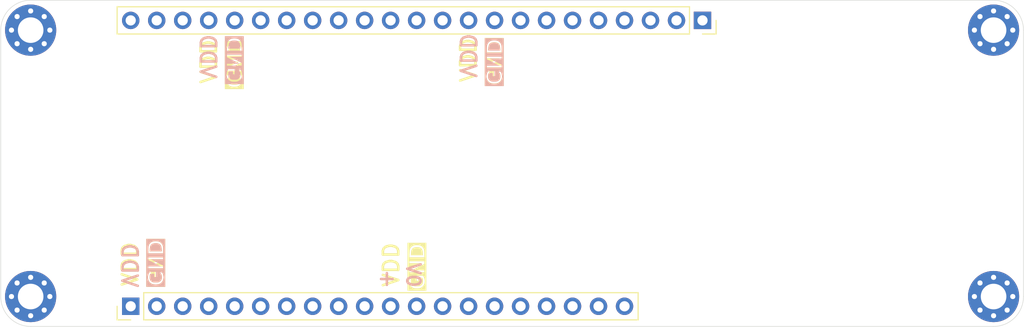
<source format=kicad_pcb>
(kicad_pcb (version 20171130) (host pcbnew "(5.1.5)-2")

  (general
    (thickness 1.6)
    (drawings 18)
    (tracks 0)
    (zones 0)
    (modules 13)
    (nets 42)
  )

  (page A4)
  (layers
    (0 F.Cu signal)
    (31 B.Cu signal)
    (32 B.Adhes user)
    (33 F.Adhes user)
    (34 B.Paste user)
    (35 F.Paste user)
    (36 B.SilkS user)
    (37 F.SilkS user)
    (38 B.Mask user)
    (39 F.Mask user)
    (40 Dwgs.User user)
    (41 Cmts.User user)
    (42 Eco1.User user)
    (43 Eco2.User user)
    (44 Edge.Cuts user)
    (45 Margin user)
    (46 B.CrtYd user)
    (47 F.CrtYd user)
    (48 B.Fab user)
    (49 F.Fab user hide)
  )

  (setup
    (last_trace_width 0.25)
    (user_trace_width 0.4)
    (user_trace_width 0.8)
    (user_trace_width 1.2)
    (trace_clearance 0.2)
    (zone_clearance 0.8)
    (zone_45_only no)
    (trace_min 0.2)
    (via_size 0.8)
    (via_drill 0.4)
    (via_min_size 0.4)
    (via_min_drill 0.3)
    (user_via 1.4 0.8)
    (uvia_size 0.3)
    (uvia_drill 0.1)
    (uvias_allowed no)
    (uvia_min_size 0.2)
    (uvia_min_drill 0.1)
    (edge_width 0.05)
    (segment_width 0.2)
    (pcb_text_width 0.3)
    (pcb_text_size 1.5 1.5)
    (mod_edge_width 0.12)
    (mod_text_size 1 1)
    (mod_text_width 0.15)
    (pad_size 1.524 1.524)
    (pad_drill 0.762)
    (pad_to_mask_clearance 0.051)
    (solder_mask_min_width 0.25)
    (aux_axis_origin 0 0)
    (grid_origin 142.367 128.524)
    (visible_elements 7FFFFFFF)
    (pcbplotparams
      (layerselection 0x3ffff_ffffffff)
      (usegerberextensions false)
      (usegerberattributes false)
      (usegerberadvancedattributes false)
      (creategerberjobfile false)
      (excludeedgelayer true)
      (linewidth 0.100000)
      (plotframeref false)
      (viasonmask false)
      (mode 1)
      (useauxorigin false)
      (hpglpennumber 1)
      (hpglpenspeed 20)
      (hpglpendiameter 15.000000)
      (psnegative false)
      (psa4output false)
      (plotreference true)
      (plotvalue true)
      (plotinvisibletext false)
      (padsonsilk false)
      (subtractmaskfromsilk false)
      (outputformat 1)
      (mirror false)
      (drillshape 0)
      (scaleselection 1)
      (outputdirectory "Gerber_v1_042020/"))
  )

  (net 0 "")
  (net 1 "Net-(J1-Pad1)")
  (net 2 "Net-(J2-Pad1)")
  (net 3 "Net-(J3-Pad1)")
  (net 4 "Net-(J4-Pad1)")
  (net 5 /RC0)
  (net 6 /RC1)
  (net 7 /RC2)
  (net 8 /RC3)
  (net 9 /RC4)
  (net 10 /RC5)
  (net 11 /RC6)
  (net 12 /RC7)
  (net 13 /RD0)
  (net 14 /RD1)
  (net 15 /RD2)
  (net 16 /RD3)
  (net 17 /RD4)
  (net 18 /RD5)
  (net 19 /RD6)
  (net 20 /RD7)
  (net 21 /RA0)
  (net 22 /RA1)
  (net 23 /RA2)
  (net 24 /RA3)
  (net 25 /RA4)
  (net 26 /RA5)
  (net 27 /RA6)
  (net 28 /RA7)
  (net 29 /RB0)
  (net 30 /RB1)
  (net 31 /RB2)
  (net 32 /RB3)
  (net 33 /RB4)
  (net 34 /RB5)
  (net 35 /RB6)
  (net 36 /RB7)
  (net 37 /RE0)
  (net 38 /RE1)
  (net 39 /RE2)
  (net 40 /VDD)
  (net 41 /GND)

  (net_class Default "This is the default net class."
    (clearance 0.2)
    (trace_width 0.25)
    (via_dia 0.8)
    (via_drill 0.4)
    (uvia_dia 0.3)
    (uvia_drill 0.1)
    (add_net /GND)
    (add_net /RA0)
    (add_net /RA1)
    (add_net /RA2)
    (add_net /RA3)
    (add_net /RA4)
    (add_net /RA5)
    (add_net /RA6)
    (add_net /RA7)
    (add_net /RB0)
    (add_net /RB1)
    (add_net /RB2)
    (add_net /RB3)
    (add_net /RB4)
    (add_net /RB5)
    (add_net /RB6)
    (add_net /RB7)
    (add_net /RC0)
    (add_net /RC1)
    (add_net /RC2)
    (add_net /RC3)
    (add_net /RC4)
    (add_net /RC5)
    (add_net /RC6)
    (add_net /RC7)
    (add_net /RD0)
    (add_net /RD1)
    (add_net /RD2)
    (add_net /RD3)
    (add_net /RD4)
    (add_net /RD5)
    (add_net /RD6)
    (add_net /RD7)
    (add_net /RE0)
    (add_net /RE1)
    (add_net /RE2)
    (add_net /VDD)
    (add_net "Net-(J1-Pad1)")
    (add_net "Net-(J2-Pad1)")
    (add_net "Net-(J3-Pad1)")
    (add_net "Net-(J4-Pad1)")
  )

  (module Connector_PinSocket_2.54mm:PinSocket_1x23_P2.54mm_Vertical (layer F.Cu) (tedit 5A19A428) (tstamp 5E9CAB5A)
    (at 210.947 98.6155 270)
    (descr "Through hole straight socket strip, 1x23, 2.54mm pitch, single row (from Kicad 4.0.7), script generated")
    (tags "Through hole socket strip THT 1x23 2.54mm single row")
    (path /5E9D2979)
    (fp_text reference J6 (at 0 -2.77 90) (layer F.SilkS) hide
      (effects (font (size 1 1) (thickness 0.15)))
    )
    (fp_text value Conn_01x23 (at 0 58.65 90) (layer F.Fab)
      (effects (font (size 1 1) (thickness 0.15)))
    )
    (fp_line (start -1.27 -1.27) (end 0.635 -1.27) (layer F.Fab) (width 0.1))
    (fp_line (start 0.635 -1.27) (end 1.27 -0.635) (layer F.Fab) (width 0.1))
    (fp_line (start 1.27 -0.635) (end 1.27 57.15) (layer F.Fab) (width 0.1))
    (fp_line (start 1.27 57.15) (end -1.27 57.15) (layer F.Fab) (width 0.1))
    (fp_line (start -1.27 57.15) (end -1.27 -1.27) (layer F.Fab) (width 0.1))
    (fp_line (start -1.33 1.27) (end 1.33 1.27) (layer F.SilkS) (width 0.12))
    (fp_line (start -1.33 1.27) (end -1.33 57.21) (layer F.SilkS) (width 0.12))
    (fp_line (start -1.33 57.21) (end 1.33 57.21) (layer F.SilkS) (width 0.12))
    (fp_line (start 1.33 1.27) (end 1.33 57.21) (layer F.SilkS) (width 0.12))
    (fp_line (start 1.33 -1.33) (end 1.33 0) (layer F.SilkS) (width 0.12))
    (fp_line (start 0 -1.33) (end 1.33 -1.33) (layer F.SilkS) (width 0.12))
    (fp_line (start -1.8 -1.8) (end 1.75 -1.8) (layer F.CrtYd) (width 0.05))
    (fp_line (start 1.75 -1.8) (end 1.75 57.65) (layer F.CrtYd) (width 0.05))
    (fp_line (start 1.75 57.65) (end -1.8 57.65) (layer F.CrtYd) (width 0.05))
    (fp_line (start -1.8 57.65) (end -1.8 -1.8) (layer F.CrtYd) (width 0.05))
    (fp_text user %R (at 0 27.94) (layer F.Fab)
      (effects (font (size 1 1) (thickness 0.15)))
    )
    (pad 1 thru_hole rect (at 0 0 270) (size 1.7 1.7) (drill 1) (layers *.Cu *.Mask)
      (net 12 /RC7))
    (pad 2 thru_hole oval (at 0 2.54 270) (size 1.7 1.7) (drill 1) (layers *.Cu *.Mask)
      (net 11 /RC6))
    (pad 3 thru_hole oval (at 0 5.08 270) (size 1.7 1.7) (drill 1) (layers *.Cu *.Mask)
      (net 10 /RC5))
    (pad 4 thru_hole oval (at 0 7.62 270) (size 1.7 1.7) (drill 1) (layers *.Cu *.Mask)
      (net 9 /RC4))
    (pad 5 thru_hole oval (at 0 10.16 270) (size 1.7 1.7) (drill 1) (layers *.Cu *.Mask)
      (net 8 /RC3))
    (pad 6 thru_hole oval (at 0 12.7 270) (size 1.7 1.7) (drill 1) (layers *.Cu *.Mask)
      (net 7 /RC2))
    (pad 7 thru_hole oval (at 0 15.24 270) (size 1.7 1.7) (drill 1) (layers *.Cu *.Mask)
      (net 6 /RC1))
    (pad 8 thru_hole oval (at 0 17.78 270) (size 1.7 1.7) (drill 1) (layers *.Cu *.Mask)
      (net 5 /RC0))
    (pad 9 thru_hole oval (at 0 20.32 270) (size 1.7 1.7) (drill 1) (layers *.Cu *.Mask)
      (net 41 /GND))
    (pad 10 thru_hole oval (at 0 22.86 270) (size 1.7 1.7) (drill 1) (layers *.Cu *.Mask)
      (net 40 /VDD))
    (pad 11 thru_hole oval (at 0 25.4 270) (size 1.7 1.7) (drill 1) (layers *.Cu *.Mask)
      (net 28 /RA7))
    (pad 12 thru_hole oval (at 0 27.94 270) (size 1.7 1.7) (drill 1) (layers *.Cu *.Mask)
      (net 27 /RA6))
    (pad 13 thru_hole oval (at 0 30.48 270) (size 1.7 1.7) (drill 1) (layers *.Cu *.Mask)
      (net 26 /RA5))
    (pad 14 thru_hole oval (at 0 33.02 270) (size 1.7 1.7) (drill 1) (layers *.Cu *.Mask)
      (net 25 /RA4))
    (pad 15 thru_hole oval (at 0 35.56 270) (size 1.7 1.7) (drill 1) (layers *.Cu *.Mask)
      (net 24 /RA3))
    (pad 16 thru_hole oval (at 0 38.1 270) (size 1.7 1.7) (drill 1) (layers *.Cu *.Mask)
      (net 23 /RA2))
    (pad 17 thru_hole oval (at 0 40.64 270) (size 1.7 1.7) (drill 1) (layers *.Cu *.Mask)
      (net 22 /RA1))
    (pad 18 thru_hole oval (at 0 43.18 270) (size 1.7 1.7) (drill 1) (layers *.Cu *.Mask)
      (net 21 /RA0))
    (pad 19 thru_hole oval (at 0 45.72 270) (size 1.7 1.7) (drill 1) (layers *.Cu *.Mask)
      (net 41 /GND))
    (pad 20 thru_hole oval (at 0 48.26 270) (size 1.7 1.7) (drill 1) (layers *.Cu *.Mask)
      (net 40 /VDD))
    (pad 21 thru_hole oval (at 0 50.8 270) (size 1.7 1.7) (drill 1) (layers *.Cu *.Mask)
      (net 39 /RE2))
    (pad 22 thru_hole oval (at 0 53.34 270) (size 1.7 1.7) (drill 1) (layers *.Cu *.Mask)
      (net 38 /RE1))
    (pad 23 thru_hole oval (at 0 55.88 270) (size 1.7 1.7) (drill 1) (layers *.Cu *.Mask)
      (net 37 /RE0))
    (model ${KISYS3DMOD}/Connector_PinSocket_2.54mm.3dshapes/PinSocket_1x23_P2.54mm_Vertical.wrl
      (at (xyz 0 0 0))
      (scale (xyz 1 1 1))
      (rotate (xyz 0 0 0))
    )
  )

  (module "" (layer B.Cu) (tedit 0) (tstamp 5E8C136F)
    (at 156.591 124.6505 90)
    (fp_text reference "" (at 0 0 270) (layer B.SilkS)
      (effects (font (size 1.27 1.27) (thickness 0.15)) (justify mirror))
    )
    (fp_text value "" (at 0 0 270) (layer B.SilkS)
      (effects (font (size 1.27 1.27) (thickness 0.15)) (justify mirror))
    )
    (fp_poly (pts (xy 3.680398 1.49747) (xy 3.856101 1.477142) (xy 3.996215 1.435876) (xy 4.103282 1.371115)
      (xy 4.179846 1.280304) (xy 4.228451 1.16089) (xy 4.25164 1.010315) (xy 4.2545 0.920751)
      (xy 4.243591 0.75408) (xy 4.209061 0.619924) (xy 4.148208 0.515557) (xy 4.058327 0.438255)
      (xy 3.936715 0.385295) (xy 3.780667 0.353951) (xy 3.683275 0.345184) (xy 3.471333 0.332272)
      (xy 3.471333 1.50899) (xy 3.680398 1.49747)) (layer B.SilkS) (width 0.01))
    (fp_poly (pts (xy 4.677833 0) (xy 0 0) (xy 0 0.870104) (xy 0.221694 0.870104)
      (xy 0.231519 0.73672) (xy 0.252727 0.624416) (xy 0.260513 0.599403) (xy 0.333624 0.449887)
      (xy 0.437315 0.328025) (xy 0.568274 0.236104) (xy 0.723192 0.176408) (xy 0.898758 0.151225)
      (xy 0.910166 0.150854) (xy 0.969656 0.15432) (xy 1.051546 0.165293) (xy 1.129528 0.179682)
      (xy 1.15378 0.186232) (xy 3.259666 0.186232) (xy 3.614208 0.195666) (xy 3.762721 0.200767)
      (xy 3.876289 0.207622) (xy 3.96229 0.217001) (xy 4.028101 0.229675) (xy 4.073838 0.243672)
      (xy 4.183204 0.302159) (xy 4.284898 0.389357) (xy 4.366806 0.493081) (xy 4.411025 0.582829)
      (xy 4.446406 0.726698) (xy 4.461039 0.885873) (xy 4.455439 1.047279) (xy 4.430124 1.197844)
      (xy 4.385612 1.324492) (xy 4.381351 1.33298) (xy 4.303766 1.441704) (xy 4.194673 1.5353)
      (xy 4.09575 1.59113) (xy 4.052246 1.609108) (xy 4.00737 1.622338) (xy 3.953259 1.631757)
      (xy 3.882054 1.6383) (xy 3.785894 1.642905) (xy 3.656919 1.646506) (xy 3.624791 1.647226)
      (xy 3.259666 1.655189) (xy 3.259666 0.186232) (xy 1.15378 0.186232) (xy 1.220588 0.204275)
      (xy 1.310049 0.236997) (xy 1.367653 0.264874) (xy 1.4605 0.319285) (xy 1.4605 0.9525)
      (xy 0.9525 0.9525) (xy 0.9525 0.783167) (xy 1.271588 0.783167) (xy 1.265502 0.587604)
      (xy 1.262146 0.49569) (xy 1.257108 0.436722) (xy 1.247521 0.401331) (xy 1.230521 0.380144)
      (xy 1.20324 0.363792) (xy 1.195916 0.360085) (xy 1.124921 0.339533) (xy 1.015332 0.329276)
      (xy 0.951934 0.328107) (xy 0.80699 0.336994) (xy 0.693571 0.36613) (xy 0.604261 0.419159)
      (xy 0.531644 0.499729) (xy 0.499927 0.550334) (xy 0.471904 0.601743) (xy 0.453192 0.645522)
      (xy 0.441915 0.692201) (xy 0.436196 0.752311) (xy 0.434158 0.836385) (xy 0.433916 0.92075)
      (xy 0.434501 1.030042) (xy 0.437449 1.10752) (xy 0.444551 1.163702) (xy 0.457597 1.209103)
      (xy 0.478378 1.254239) (xy 0.496351 1.28746) (xy 0.574222 1.393963) (xy 0.673131 1.46657)
      (xy 0.797753 1.508131) (xy 0.875496 1.518518) (xy 1.040974 1.512547) (xy 1.197843 1.469686)
      (xy 1.330698 1.396597) (xy 1.420445 1.331584) (xy 1.414014 1.442601) (xy 1.407248 1.510586)
      (xy 1.392082 1.55134) (xy 1.361155 1.579952) (xy 1.340947 1.592415) (xy 1.286487 1.616282)
      (xy 1.20727 1.641826) (xy 1.170594 1.651) (xy 1.799166 1.651) (xy 1.799166 0.1905)
      (xy 1.989017 0.1905) (xy 1.994633 0.799042) (xy 2.00025 1.407584) (xy 2.615822 0.201084)
      (xy 2.878666 0.18848) (xy 2.878666 1.651) (xy 2.688825 1.651) (xy 2.683204 1.059748)
      (xy 2.677583 0.468495) (xy 2.374442 1.059748) (xy 2.071302 1.651) (xy 1.799166 1.651)
      (xy 1.170594 1.651) (xy 1.120268 1.663588) (xy 1.118697 1.663919) (xy 0.932246 1.685672)
      (xy 0.759559 1.671348) (xy 0.604243 1.622719) (xy 0.469905 1.54156) (xy 0.360152 1.429642)
      (xy 0.27859 1.288738) (xy 0.260513 1.242098) (xy 0.236191 1.138256) (xy 0.223251 1.009104)
      (xy 0.221694 0.870104) (xy 0 0.870104) (xy 0 1.8415) (xy 4.677833 1.8415)
      (xy 4.677833 0)) (layer B.SilkS) (width 0.01))
  )

  (module "" (layer B.Cu) (tedit 0) (tstamp 5E8C055F)
    (at 164.2745 104.8385 90)
    (fp_text reference "" (at 0 0 270) (layer B.SilkS)
      (effects (font (size 1.27 1.27) (thickness 0.15)) (justify mirror))
    )
    (fp_text value "" (at 0 0 270) (layer B.SilkS)
      (effects (font (size 1.27 1.27) (thickness 0.15)) (justify mirror))
    )
    (fp_poly (pts (xy 3.680398 1.49747) (xy 3.856101 1.477142) (xy 3.996215 1.435876) (xy 4.103282 1.371115)
      (xy 4.179846 1.280304) (xy 4.228451 1.16089) (xy 4.25164 1.010315) (xy 4.2545 0.920751)
      (xy 4.243591 0.75408) (xy 4.209061 0.619924) (xy 4.148208 0.515557) (xy 4.058327 0.438255)
      (xy 3.936715 0.385295) (xy 3.780667 0.353951) (xy 3.683275 0.345184) (xy 3.471333 0.332272)
      (xy 3.471333 1.50899) (xy 3.680398 1.49747)) (layer B.SilkS) (width 0.01))
    (fp_poly (pts (xy 4.677833 0) (xy 0 0) (xy 0 0.870104) (xy 0.221694 0.870104)
      (xy 0.231519 0.73672) (xy 0.252727 0.624416) (xy 0.260513 0.599403) (xy 0.333624 0.449887)
      (xy 0.437315 0.328025) (xy 0.568274 0.236104) (xy 0.723192 0.176408) (xy 0.898758 0.151225)
      (xy 0.910166 0.150854) (xy 0.969656 0.15432) (xy 1.051546 0.165293) (xy 1.129528 0.179682)
      (xy 1.15378 0.186232) (xy 3.259666 0.186232) (xy 3.614208 0.195666) (xy 3.762721 0.200767)
      (xy 3.876289 0.207622) (xy 3.96229 0.217001) (xy 4.028101 0.229675) (xy 4.073838 0.243672)
      (xy 4.183204 0.302159) (xy 4.284898 0.389357) (xy 4.366806 0.493081) (xy 4.411025 0.582829)
      (xy 4.446406 0.726698) (xy 4.461039 0.885873) (xy 4.455439 1.047279) (xy 4.430124 1.197844)
      (xy 4.385612 1.324492) (xy 4.381351 1.33298) (xy 4.303766 1.441704) (xy 4.194673 1.5353)
      (xy 4.09575 1.59113) (xy 4.052246 1.609108) (xy 4.00737 1.622338) (xy 3.953259 1.631757)
      (xy 3.882054 1.6383) (xy 3.785894 1.642905) (xy 3.656919 1.646506) (xy 3.624791 1.647226)
      (xy 3.259666 1.655189) (xy 3.259666 0.186232) (xy 1.15378 0.186232) (xy 1.220588 0.204275)
      (xy 1.310049 0.236997) (xy 1.367653 0.264874) (xy 1.4605 0.319285) (xy 1.4605 0.9525)
      (xy 0.9525 0.9525) (xy 0.9525 0.783167) (xy 1.271588 0.783167) (xy 1.265502 0.587604)
      (xy 1.262146 0.49569) (xy 1.257108 0.436722) (xy 1.247521 0.401331) (xy 1.230521 0.380144)
      (xy 1.20324 0.363792) (xy 1.195916 0.360085) (xy 1.124921 0.339533) (xy 1.015332 0.329276)
      (xy 0.951934 0.328107) (xy 0.80699 0.336994) (xy 0.693571 0.36613) (xy 0.604261 0.419159)
      (xy 0.531644 0.499729) (xy 0.499927 0.550334) (xy 0.471904 0.601743) (xy 0.453192 0.645522)
      (xy 0.441915 0.692201) (xy 0.436196 0.752311) (xy 0.434158 0.836385) (xy 0.433916 0.92075)
      (xy 0.434501 1.030042) (xy 0.437449 1.10752) (xy 0.444551 1.163702) (xy 0.457597 1.209103)
      (xy 0.478378 1.254239) (xy 0.496351 1.28746) (xy 0.574222 1.393963) (xy 0.673131 1.46657)
      (xy 0.797753 1.508131) (xy 0.875496 1.518518) (xy 1.040974 1.512547) (xy 1.197843 1.469686)
      (xy 1.330698 1.396597) (xy 1.420445 1.331584) (xy 1.414014 1.442601) (xy 1.407248 1.510586)
      (xy 1.392082 1.55134) (xy 1.361155 1.579952) (xy 1.340947 1.592415) (xy 1.286487 1.616282)
      (xy 1.20727 1.641826) (xy 1.170594 1.651) (xy 1.799166 1.651) (xy 1.799166 0.1905)
      (xy 1.989017 0.1905) (xy 1.994633 0.799042) (xy 2.00025 1.407584) (xy 2.615822 0.201084)
      (xy 2.878666 0.18848) (xy 2.878666 1.651) (xy 2.688825 1.651) (xy 2.683204 1.059748)
      (xy 2.677583 0.468495) (xy 2.374442 1.059748) (xy 2.071302 1.651) (xy 1.799166 1.651)
      (xy 1.170594 1.651) (xy 1.120268 1.663588) (xy 1.118697 1.663919) (xy 0.932246 1.685672)
      (xy 0.759559 1.671348) (xy 0.604243 1.622719) (xy 0.469905 1.54156) (xy 0.360152 1.429642)
      (xy 0.27859 1.288738) (xy 0.260513 1.242098) (xy 0.236191 1.138256) (xy 0.223251 1.009104)
      (xy 0.221694 0.870104) (xy 0 0.870104) (xy 0 1.8415) (xy 4.677833 1.8415)
      (xy 4.677833 0)) (layer B.SilkS) (width 0.01))
  )

  (module "" (layer B.Cu) (tedit 0) (tstamp 5E8BF439)
    (at 189.6745 105.029 90)
    (fp_text reference "" (at 0 0 270) (layer B.SilkS)
      (effects (font (size 1.27 1.27) (thickness 0.15)) (justify mirror))
    )
    (fp_text value "" (at 0 0 270) (layer B.SilkS)
      (effects (font (size 1.27 1.27) (thickness 0.15)) (justify mirror))
    )
    (fp_poly (pts (xy 3.680398 1.49747) (xy 3.856101 1.477142) (xy 3.996215 1.435876) (xy 4.103282 1.371115)
      (xy 4.179846 1.280304) (xy 4.228451 1.16089) (xy 4.25164 1.010315) (xy 4.2545 0.920751)
      (xy 4.243591 0.75408) (xy 4.209061 0.619924) (xy 4.148208 0.515557) (xy 4.058327 0.438255)
      (xy 3.936715 0.385295) (xy 3.780667 0.353951) (xy 3.683275 0.345184) (xy 3.471333 0.332272)
      (xy 3.471333 1.50899) (xy 3.680398 1.49747)) (layer B.SilkS) (width 0.01))
    (fp_poly (pts (xy 4.677833 0) (xy 0 0) (xy 0 0.870104) (xy 0.221694 0.870104)
      (xy 0.231519 0.73672) (xy 0.252727 0.624416) (xy 0.260513 0.599403) (xy 0.333624 0.449887)
      (xy 0.437315 0.328025) (xy 0.568274 0.236104) (xy 0.723192 0.176408) (xy 0.898758 0.151225)
      (xy 0.910166 0.150854) (xy 0.969656 0.15432) (xy 1.051546 0.165293) (xy 1.129528 0.179682)
      (xy 1.15378 0.186232) (xy 3.259666 0.186232) (xy 3.614208 0.195666) (xy 3.762721 0.200767)
      (xy 3.876289 0.207622) (xy 3.96229 0.217001) (xy 4.028101 0.229675) (xy 4.073838 0.243672)
      (xy 4.183204 0.302159) (xy 4.284898 0.389357) (xy 4.366806 0.493081) (xy 4.411025 0.582829)
      (xy 4.446406 0.726698) (xy 4.461039 0.885873) (xy 4.455439 1.047279) (xy 4.430124 1.197844)
      (xy 4.385612 1.324492) (xy 4.381351 1.33298) (xy 4.303766 1.441704) (xy 4.194673 1.5353)
      (xy 4.09575 1.59113) (xy 4.052246 1.609108) (xy 4.00737 1.622338) (xy 3.953259 1.631757)
      (xy 3.882054 1.6383) (xy 3.785894 1.642905) (xy 3.656919 1.646506) (xy 3.624791 1.647226)
      (xy 3.259666 1.655189) (xy 3.259666 0.186232) (xy 1.15378 0.186232) (xy 1.220588 0.204275)
      (xy 1.310049 0.236997) (xy 1.367653 0.264874) (xy 1.4605 0.319285) (xy 1.4605 0.9525)
      (xy 0.9525 0.9525) (xy 0.9525 0.783167) (xy 1.271588 0.783167) (xy 1.265502 0.587604)
      (xy 1.262146 0.49569) (xy 1.257108 0.436722) (xy 1.247521 0.401331) (xy 1.230521 0.380144)
      (xy 1.20324 0.363792) (xy 1.195916 0.360085) (xy 1.124921 0.339533) (xy 1.015332 0.329276)
      (xy 0.951934 0.328107) (xy 0.80699 0.336994) (xy 0.693571 0.36613) (xy 0.604261 0.419159)
      (xy 0.531644 0.499729) (xy 0.499927 0.550334) (xy 0.471904 0.601743) (xy 0.453192 0.645522)
      (xy 0.441915 0.692201) (xy 0.436196 0.752311) (xy 0.434158 0.836385) (xy 0.433916 0.92075)
      (xy 0.434501 1.030042) (xy 0.437449 1.10752) (xy 0.444551 1.163702) (xy 0.457597 1.209103)
      (xy 0.478378 1.254239) (xy 0.496351 1.28746) (xy 0.574222 1.393963) (xy 0.673131 1.46657)
      (xy 0.797753 1.508131) (xy 0.875496 1.518518) (xy 1.040974 1.512547) (xy 1.197843 1.469686)
      (xy 1.330698 1.396597) (xy 1.420445 1.331584) (xy 1.414014 1.442601) (xy 1.407248 1.510586)
      (xy 1.392082 1.55134) (xy 1.361155 1.579952) (xy 1.340947 1.592415) (xy 1.286487 1.616282)
      (xy 1.20727 1.641826) (xy 1.170594 1.651) (xy 1.799166 1.651) (xy 1.799166 0.1905)
      (xy 1.989017 0.1905) (xy 1.994633 0.799042) (xy 2.00025 1.407584) (xy 2.615822 0.201084)
      (xy 2.878666 0.18848) (xy 2.878666 1.651) (xy 2.688825 1.651) (xy 2.683204 1.059748)
      (xy 2.677583 0.468495) (xy 2.374442 1.059748) (xy 2.071302 1.651) (xy 1.799166 1.651)
      (xy 1.170594 1.651) (xy 1.120268 1.663588) (xy 1.118697 1.663919) (xy 0.932246 1.685672)
      (xy 0.759559 1.671348) (xy 0.604243 1.622719) (xy 0.469905 1.54156) (xy 0.360152 1.429642)
      (xy 0.27859 1.288738) (xy 0.260513 1.242098) (xy 0.236191 1.138256) (xy 0.223251 1.009104)
      (xy 0.221694 0.870104) (xy 0 0.870104) (xy 0 1.8415) (xy 4.677833 1.8415)
      (xy 4.677833 0)) (layer B.SilkS) (width 0.01))
  )

  (module "" (layer F.Cu) (tedit 0) (tstamp 0)
    (at 183.9595 125.0315 90)
    (fp_text reference "" (at 0 0 90) (layer F.SilkS)
      (effects (font (size 1.27 1.27) (thickness 0.15)))
    )
    (fp_text value "" (at 0 0 90) (layer F.SilkS)
      (effects (font (size 1.27 1.27) (thickness 0.15)))
    )
    (fp_poly (pts (xy 4.677833 0) (xy 0 0) (xy 0 -0.870104) (xy 0.221694 -0.870104)
      (xy 0.231519 -0.73672) (xy 0.252727 -0.624416) (xy 0.260513 -0.599403) (xy 0.333624 -0.449887)
      (xy 0.437315 -0.328025) (xy 0.568274 -0.236104) (xy 0.723192 -0.176408) (xy 0.898758 -0.151225)
      (xy 0.910166 -0.150854) (xy 0.969656 -0.15432) (xy 1.051546 -0.165293) (xy 1.129528 -0.179682)
      (xy 1.15378 -0.186232) (xy 3.259666 -0.186232) (xy 3.614208 -0.195666) (xy 3.762721 -0.200767)
      (xy 3.876289 -0.207622) (xy 3.96229 -0.217001) (xy 4.028101 -0.229675) (xy 4.073838 -0.243672)
      (xy 4.183204 -0.302159) (xy 4.284898 -0.389357) (xy 4.366806 -0.493081) (xy 4.411025 -0.582829)
      (xy 4.446406 -0.726698) (xy 4.461039 -0.885873) (xy 4.455439 -1.047279) (xy 4.430124 -1.197844)
      (xy 4.385612 -1.324492) (xy 4.381351 -1.33298) (xy 4.303766 -1.441704) (xy 4.194673 -1.5353)
      (xy 4.09575 -1.59113) (xy 4.052246 -1.609108) (xy 4.00737 -1.622338) (xy 3.953259 -1.631757)
      (xy 3.882054 -1.6383) (xy 3.785894 -1.642905) (xy 3.656919 -1.646506) (xy 3.624791 -1.647226)
      (xy 3.259666 -1.655189) (xy 3.259666 -0.186232) (xy 1.15378 -0.186232) (xy 1.220588 -0.204275)
      (xy 1.310049 -0.236997) (xy 1.367653 -0.264874) (xy 1.4605 -0.319285) (xy 1.4605 -0.9525)
      (xy 0.9525 -0.9525) (xy 0.9525 -0.783167) (xy 1.271588 -0.783167) (xy 1.265502 -0.587604)
      (xy 1.262146 -0.49569) (xy 1.257108 -0.436722) (xy 1.247521 -0.401331) (xy 1.230521 -0.380144)
      (xy 1.20324 -0.363792) (xy 1.195916 -0.360085) (xy 1.124921 -0.339533) (xy 1.015332 -0.329276)
      (xy 0.951934 -0.328107) (xy 0.80699 -0.336994) (xy 0.693571 -0.36613) (xy 0.604261 -0.419159)
      (xy 0.531644 -0.499729) (xy 0.499927 -0.550334) (xy 0.471904 -0.601743) (xy 0.453192 -0.645522)
      (xy 0.441915 -0.692201) (xy 0.436196 -0.752311) (xy 0.434158 -0.836385) (xy 0.433916 -0.92075)
      (xy 0.434501 -1.030042) (xy 0.437449 -1.10752) (xy 0.444551 -1.163702) (xy 0.457597 -1.209103)
      (xy 0.478378 -1.254239) (xy 0.496351 -1.28746) (xy 0.574222 -1.393963) (xy 0.673131 -1.46657)
      (xy 0.797753 -1.508131) (xy 0.875496 -1.518518) (xy 1.040974 -1.512547) (xy 1.197843 -1.469686)
      (xy 1.330698 -1.396597) (xy 1.420445 -1.331584) (xy 1.414014 -1.442601) (xy 1.407248 -1.510586)
      (xy 1.392082 -1.55134) (xy 1.361155 -1.579952) (xy 1.340947 -1.592415) (xy 1.286487 -1.616282)
      (xy 1.20727 -1.641826) (xy 1.170594 -1.651) (xy 1.799166 -1.651) (xy 1.799166 -0.1905)
      (xy 1.989017 -0.1905) (xy 1.994633 -0.799042) (xy 2.00025 -1.407584) (xy 2.615822 -0.201084)
      (xy 2.878666 -0.18848) (xy 2.878666 -1.651) (xy 2.688825 -1.651) (xy 2.683204 -1.059748)
      (xy 2.677583 -0.468495) (xy 2.374442 -1.059748) (xy 2.071302 -1.651) (xy 1.799166 -1.651)
      (xy 1.170594 -1.651) (xy 1.120268 -1.663588) (xy 1.118697 -1.663919) (xy 0.932246 -1.685672)
      (xy 0.759559 -1.671348) (xy 0.604243 -1.622719) (xy 0.469905 -1.54156) (xy 0.360152 -1.429642)
      (xy 0.27859 -1.288738) (xy 0.260513 -1.242098) (xy 0.236191 -1.138256) (xy 0.223251 -1.009104)
      (xy 0.221694 -0.870104) (xy 0 -0.870104) (xy 0 -1.8415) (xy 4.677833 -1.8415)
      (xy 4.677833 0)) (layer F.SilkS) (width 0.01))
    (fp_poly (pts (xy 3.680398 -1.49747) (xy 3.856101 -1.477142) (xy 3.996215 -1.435876) (xy 4.103282 -1.371115)
      (xy 4.179846 -1.280304) (xy 4.228451 -1.16089) (xy 4.25164 -1.010315) (xy 4.2545 -0.920751)
      (xy 4.243591 -0.75408) (xy 4.209061 -0.619924) (xy 4.148208 -0.515557) (xy 4.058327 -0.438255)
      (xy 3.936715 -0.385295) (xy 3.780667 -0.353951) (xy 3.683275 -0.345184) (xy 3.471333 -0.332272)
      (xy 3.471333 -1.50899) (xy 3.680398 -1.49747)) (layer F.SilkS) (width 0.01))
  )

  (module "" (layer F.Cu) (tedit 0) (tstamp 0)
    (at 158.4325 124.6505 90)
    (fp_text reference "" (at 0 0 90) (layer F.SilkS)
      (effects (font (size 1.27 1.27) (thickness 0.15)))
    )
    (fp_text value "" (at 0 0 90) (layer F.SilkS)
      (effects (font (size 1.27 1.27) (thickness 0.15)))
    )
    (fp_poly (pts (xy 4.677833 0) (xy 0 0) (xy 0 -0.870104) (xy 0.221694 -0.870104)
      (xy 0.231519 -0.73672) (xy 0.252727 -0.624416) (xy 0.260513 -0.599403) (xy 0.333624 -0.449887)
      (xy 0.437315 -0.328025) (xy 0.568274 -0.236104) (xy 0.723192 -0.176408) (xy 0.898758 -0.151225)
      (xy 0.910166 -0.150854) (xy 0.969656 -0.15432) (xy 1.051546 -0.165293) (xy 1.129528 -0.179682)
      (xy 1.15378 -0.186232) (xy 3.259666 -0.186232) (xy 3.614208 -0.195666) (xy 3.762721 -0.200767)
      (xy 3.876289 -0.207622) (xy 3.96229 -0.217001) (xy 4.028101 -0.229675) (xy 4.073838 -0.243672)
      (xy 4.183204 -0.302159) (xy 4.284898 -0.389357) (xy 4.366806 -0.493081) (xy 4.411025 -0.582829)
      (xy 4.446406 -0.726698) (xy 4.461039 -0.885873) (xy 4.455439 -1.047279) (xy 4.430124 -1.197844)
      (xy 4.385612 -1.324492) (xy 4.381351 -1.33298) (xy 4.303766 -1.441704) (xy 4.194673 -1.5353)
      (xy 4.09575 -1.59113) (xy 4.052246 -1.609108) (xy 4.00737 -1.622338) (xy 3.953259 -1.631757)
      (xy 3.882054 -1.6383) (xy 3.785894 -1.642905) (xy 3.656919 -1.646506) (xy 3.624791 -1.647226)
      (xy 3.259666 -1.655189) (xy 3.259666 -0.186232) (xy 1.15378 -0.186232) (xy 1.220588 -0.204275)
      (xy 1.310049 -0.236997) (xy 1.367653 -0.264874) (xy 1.4605 -0.319285) (xy 1.4605 -0.9525)
      (xy 0.9525 -0.9525) (xy 0.9525 -0.783167) (xy 1.271588 -0.783167) (xy 1.265502 -0.587604)
      (xy 1.262146 -0.49569) (xy 1.257108 -0.436722) (xy 1.247521 -0.401331) (xy 1.230521 -0.380144)
      (xy 1.20324 -0.363792) (xy 1.195916 -0.360085) (xy 1.124921 -0.339533) (xy 1.015332 -0.329276)
      (xy 0.951934 -0.328107) (xy 0.80699 -0.336994) (xy 0.693571 -0.36613) (xy 0.604261 -0.419159)
      (xy 0.531644 -0.499729) (xy 0.499927 -0.550334) (xy 0.471904 -0.601743) (xy 0.453192 -0.645522)
      (xy 0.441915 -0.692201) (xy 0.436196 -0.752311) (xy 0.434158 -0.836385) (xy 0.433916 -0.92075)
      (xy 0.434501 -1.030042) (xy 0.437449 -1.10752) (xy 0.444551 -1.163702) (xy 0.457597 -1.209103)
      (xy 0.478378 -1.254239) (xy 0.496351 -1.28746) (xy 0.574222 -1.393963) (xy 0.673131 -1.46657)
      (xy 0.797753 -1.508131) (xy 0.875496 -1.518518) (xy 1.040974 -1.512547) (xy 1.197843 -1.469686)
      (xy 1.330698 -1.396597) (xy 1.420445 -1.331584) (xy 1.414014 -1.442601) (xy 1.407248 -1.510586)
      (xy 1.392082 -1.55134) (xy 1.361155 -1.579952) (xy 1.340947 -1.592415) (xy 1.286487 -1.616282)
      (xy 1.20727 -1.641826) (xy 1.170594 -1.651) (xy 1.799166 -1.651) (xy 1.799166 -0.1905)
      (xy 1.989017 -0.1905) (xy 1.994633 -0.799042) (xy 2.00025 -1.407584) (xy 2.615822 -0.201084)
      (xy 2.878666 -0.18848) (xy 2.878666 -1.651) (xy 2.688825 -1.651) (xy 2.683204 -1.059748)
      (xy 2.677583 -0.468495) (xy 2.374442 -1.059748) (xy 2.071302 -1.651) (xy 1.799166 -1.651)
      (xy 1.170594 -1.651) (xy 1.120268 -1.663588) (xy 1.118697 -1.663919) (xy 0.932246 -1.685672)
      (xy 0.759559 -1.671348) (xy 0.604243 -1.622719) (xy 0.469905 -1.54156) (xy 0.360152 -1.429642)
      (xy 0.27859 -1.288738) (xy 0.260513 -1.242098) (xy 0.236191 -1.138256) (xy 0.223251 -1.009104)
      (xy 0.221694 -0.870104) (xy 0 -0.870104) (xy 0 -1.8415) (xy 4.677833 -1.8415)
      (xy 4.677833 0)) (layer F.SilkS) (width 0.01))
    (fp_poly (pts (xy 3.680398 -1.49747) (xy 3.856101 -1.477142) (xy 3.996215 -1.435876) (xy 4.103282 -1.371115)
      (xy 4.179846 -1.280304) (xy 4.228451 -1.16089) (xy 4.25164 -1.010315) (xy 4.2545 -0.920751)
      (xy 4.243591 -0.75408) (xy 4.209061 -0.619924) (xy 4.148208 -0.515557) (xy 4.058327 -0.438255)
      (xy 3.936715 -0.385295) (xy 3.780667 -0.353951) (xy 3.683275 -0.345184) (xy 3.471333 -0.332272)
      (xy 3.471333 -1.50899) (xy 3.680398 -1.49747)) (layer F.SilkS) (width 0.01))
  )

  (module "" (layer F.Cu) (tedit 0) (tstamp 0)
    (at 191.514 105.006 90)
    (fp_text reference "" (at 0 0 90) (layer F.SilkS)
      (effects (font (size 1.27 1.27) (thickness 0.15)))
    )
    (fp_text value "" (at 0 0 90) (layer F.SilkS)
      (effects (font (size 1.27 1.27) (thickness 0.15)))
    )
    (fp_poly (pts (xy 4.677833 0) (xy 0 0) (xy 0 -0.870104) (xy 0.221694 -0.870104)
      (xy 0.231519 -0.73672) (xy 0.252727 -0.624416) (xy 0.260513 -0.599403) (xy 0.333624 -0.449887)
      (xy 0.437315 -0.328025) (xy 0.568274 -0.236104) (xy 0.723192 -0.176408) (xy 0.898758 -0.151225)
      (xy 0.910166 -0.150854) (xy 0.969656 -0.15432) (xy 1.051546 -0.165293) (xy 1.129528 -0.179682)
      (xy 1.15378 -0.186232) (xy 3.259666 -0.186232) (xy 3.614208 -0.195666) (xy 3.762721 -0.200767)
      (xy 3.876289 -0.207622) (xy 3.96229 -0.217001) (xy 4.028101 -0.229675) (xy 4.073838 -0.243672)
      (xy 4.183204 -0.302159) (xy 4.284898 -0.389357) (xy 4.366806 -0.493081) (xy 4.411025 -0.582829)
      (xy 4.446406 -0.726698) (xy 4.461039 -0.885873) (xy 4.455439 -1.047279) (xy 4.430124 -1.197844)
      (xy 4.385612 -1.324492) (xy 4.381351 -1.33298) (xy 4.303766 -1.441704) (xy 4.194673 -1.5353)
      (xy 4.09575 -1.59113) (xy 4.052246 -1.609108) (xy 4.00737 -1.622338) (xy 3.953259 -1.631757)
      (xy 3.882054 -1.6383) (xy 3.785894 -1.642905) (xy 3.656919 -1.646506) (xy 3.624791 -1.647226)
      (xy 3.259666 -1.655189) (xy 3.259666 -0.186232) (xy 1.15378 -0.186232) (xy 1.220588 -0.204275)
      (xy 1.310049 -0.236997) (xy 1.367653 -0.264874) (xy 1.4605 -0.319285) (xy 1.4605 -0.9525)
      (xy 0.9525 -0.9525) (xy 0.9525 -0.783167) (xy 1.271588 -0.783167) (xy 1.265502 -0.587604)
      (xy 1.262146 -0.49569) (xy 1.257108 -0.436722) (xy 1.247521 -0.401331) (xy 1.230521 -0.380144)
      (xy 1.20324 -0.363792) (xy 1.195916 -0.360085) (xy 1.124921 -0.339533) (xy 1.015332 -0.329276)
      (xy 0.951934 -0.328107) (xy 0.80699 -0.336994) (xy 0.693571 -0.36613) (xy 0.604261 -0.419159)
      (xy 0.531644 -0.499729) (xy 0.499927 -0.550334) (xy 0.471904 -0.601743) (xy 0.453192 -0.645522)
      (xy 0.441915 -0.692201) (xy 0.436196 -0.752311) (xy 0.434158 -0.836385) (xy 0.433916 -0.92075)
      (xy 0.434501 -1.030042) (xy 0.437449 -1.10752) (xy 0.444551 -1.163702) (xy 0.457597 -1.209103)
      (xy 0.478378 -1.254239) (xy 0.496351 -1.28746) (xy 0.574222 -1.393963) (xy 0.673131 -1.46657)
      (xy 0.797753 -1.508131) (xy 0.875496 -1.518518) (xy 1.040974 -1.512547) (xy 1.197843 -1.469686)
      (xy 1.330698 -1.396597) (xy 1.420445 -1.331584) (xy 1.414014 -1.442601) (xy 1.407248 -1.510586)
      (xy 1.392082 -1.55134) (xy 1.361155 -1.579952) (xy 1.340947 -1.592415) (xy 1.286487 -1.616282)
      (xy 1.20727 -1.641826) (xy 1.170594 -1.651) (xy 1.799166 -1.651) (xy 1.799166 -0.1905)
      (xy 1.989017 -0.1905) (xy 1.994633 -0.799042) (xy 2.00025 -1.407584) (xy 2.615822 -0.201084)
      (xy 2.878666 -0.18848) (xy 2.878666 -1.651) (xy 2.688825 -1.651) (xy 2.683204 -1.059748)
      (xy 2.677583 -0.468495) (xy 2.374442 -1.059748) (xy 2.071302 -1.651) (xy 1.799166 -1.651)
      (xy 1.170594 -1.651) (xy 1.120268 -1.663588) (xy 1.118697 -1.663919) (xy 0.932246 -1.685672)
      (xy 0.759559 -1.671348) (xy 0.604243 -1.622719) (xy 0.469905 -1.54156) (xy 0.360152 -1.429642)
      (xy 0.27859 -1.288738) (xy 0.260513 -1.242098) (xy 0.236191 -1.138256) (xy 0.223251 -1.009104)
      (xy 0.221694 -0.870104) (xy 0 -0.870104) (xy 0 -1.8415) (xy 4.677833 -1.8415)
      (xy 4.677833 0)) (layer F.SilkS) (width 0.01))
    (fp_poly (pts (xy 3.680398 -1.49747) (xy 3.856101 -1.477142) (xy 3.996215 -1.435876) (xy 4.103282 -1.371115)
      (xy 4.179846 -1.280304) (xy 4.228451 -1.16089) (xy 4.25164 -1.010315) (xy 4.2545 -0.920751)
      (xy 4.243591 -0.75408) (xy 4.209061 -0.619924) (xy 4.148208 -0.515557) (xy 4.058327 -0.438255)
      (xy 3.936715 -0.385295) (xy 3.780667 -0.353951) (xy 3.683275 -0.345184) (xy 3.471333 -0.332272)
      (xy 3.471333 -1.50899) (xy 3.680398 -1.49747)) (layer F.SilkS) (width 0.01))
  )

  (module "" (layer F.Cu) (tedit 0) (tstamp 0)
    (at 166.111 105.3235 90)
    (fp_text reference "" (at 0 0 90) (layer F.SilkS)
      (effects (font (size 1.27 1.27) (thickness 0.15)))
    )
    (fp_text value "" (at 0 0 90) (layer F.SilkS)
      (effects (font (size 1.27 1.27) (thickness 0.15)))
    )
    (fp_poly (pts (xy 4.677833 0) (xy 0 0) (xy 0 -0.870104) (xy 0.221694 -0.870104)
      (xy 0.231519 -0.73672) (xy 0.252727 -0.624416) (xy 0.260513 -0.599403) (xy 0.333624 -0.449887)
      (xy 0.437315 -0.328025) (xy 0.568274 -0.236104) (xy 0.723192 -0.176408) (xy 0.898758 -0.151225)
      (xy 0.910166 -0.150854) (xy 0.969656 -0.15432) (xy 1.051546 -0.165293) (xy 1.129528 -0.179682)
      (xy 1.15378 -0.186232) (xy 3.259666 -0.186232) (xy 3.614208 -0.195666) (xy 3.762721 -0.200767)
      (xy 3.876289 -0.207622) (xy 3.96229 -0.217001) (xy 4.028101 -0.229675) (xy 4.073838 -0.243672)
      (xy 4.183204 -0.302159) (xy 4.284898 -0.389357) (xy 4.366806 -0.493081) (xy 4.411025 -0.582829)
      (xy 4.446406 -0.726698) (xy 4.461039 -0.885873) (xy 4.455439 -1.047279) (xy 4.430124 -1.197844)
      (xy 4.385612 -1.324492) (xy 4.381351 -1.33298) (xy 4.303766 -1.441704) (xy 4.194673 -1.5353)
      (xy 4.09575 -1.59113) (xy 4.052246 -1.609108) (xy 4.00737 -1.622338) (xy 3.953259 -1.631757)
      (xy 3.882054 -1.6383) (xy 3.785894 -1.642905) (xy 3.656919 -1.646506) (xy 3.624791 -1.647226)
      (xy 3.259666 -1.655189) (xy 3.259666 -0.186232) (xy 1.15378 -0.186232) (xy 1.220588 -0.204275)
      (xy 1.310049 -0.236997) (xy 1.367653 -0.264874) (xy 1.4605 -0.319285) (xy 1.4605 -0.9525)
      (xy 0.9525 -0.9525) (xy 0.9525 -0.783167) (xy 1.271588 -0.783167) (xy 1.265502 -0.587604)
      (xy 1.262146 -0.49569) (xy 1.257108 -0.436722) (xy 1.247521 -0.401331) (xy 1.230521 -0.380144)
      (xy 1.20324 -0.363792) (xy 1.195916 -0.360085) (xy 1.124921 -0.339533) (xy 1.015332 -0.329276)
      (xy 0.951934 -0.328107) (xy 0.80699 -0.336994) (xy 0.693571 -0.36613) (xy 0.604261 -0.419159)
      (xy 0.531644 -0.499729) (xy 0.499927 -0.550334) (xy 0.471904 -0.601743) (xy 0.453192 -0.645522)
      (xy 0.441915 -0.692201) (xy 0.436196 -0.752311) (xy 0.434158 -0.836385) (xy 0.433916 -0.92075)
      (xy 0.434501 -1.030042) (xy 0.437449 -1.10752) (xy 0.444551 -1.163702) (xy 0.457597 -1.209103)
      (xy 0.478378 -1.254239) (xy 0.496351 -1.28746) (xy 0.574222 -1.393963) (xy 0.673131 -1.46657)
      (xy 0.797753 -1.508131) (xy 0.875496 -1.518518) (xy 1.040974 -1.512547) (xy 1.197843 -1.469686)
      (xy 1.330698 -1.396597) (xy 1.420445 -1.331584) (xy 1.414014 -1.442601) (xy 1.407248 -1.510586)
      (xy 1.392082 -1.55134) (xy 1.361155 -1.579952) (xy 1.340947 -1.592415) (xy 1.286487 -1.616282)
      (xy 1.20727 -1.641826) (xy 1.170594 -1.651) (xy 1.799166 -1.651) (xy 1.799166 -0.1905)
      (xy 1.989017 -0.1905) (xy 1.994633 -0.799042) (xy 2.00025 -1.407584) (xy 2.615822 -0.201084)
      (xy 2.878666 -0.18848) (xy 2.878666 -1.651) (xy 2.688825 -1.651) (xy 2.683204 -1.059748)
      (xy 2.677583 -0.468495) (xy 2.374442 -1.059748) (xy 2.071302 -1.651) (xy 1.799166 -1.651)
      (xy 1.170594 -1.651) (xy 1.120268 -1.663588) (xy 1.118697 -1.663919) (xy 0.932246 -1.685672)
      (xy 0.759559 -1.671348) (xy 0.604243 -1.622719) (xy 0.469905 -1.54156) (xy 0.360152 -1.429642)
      (xy 0.27859 -1.288738) (xy 0.260513 -1.242098) (xy 0.236191 -1.138256) (xy 0.223251 -1.009104)
      (xy 0.221694 -0.870104) (xy 0 -0.870104) (xy 0 -1.8415) (xy 4.677833 -1.8415)
      (xy 4.677833 0)) (layer F.SilkS) (width 0.01))
    (fp_poly (pts (xy 3.680398 -1.49747) (xy 3.856101 -1.477142) (xy 3.996215 -1.435876) (xy 4.103282 -1.371115)
      (xy 4.179846 -1.280304) (xy 4.228451 -1.16089) (xy 4.25164 -1.010315) (xy 4.2545 -0.920751)
      (xy 4.243591 -0.75408) (xy 4.209061 -0.619924) (xy 4.148208 -0.515557) (xy 4.058327 -0.438255)
      (xy 3.936715 -0.385295) (xy 3.780667 -0.353951) (xy 3.683275 -0.345184) (xy 3.471333 -0.332272)
      (xy 3.471333 -1.50899) (xy 3.680398 -1.49747)) (layer F.SilkS) (width 0.01))
  )

  (module MountingHole:MountingHole_2.5mm_Pad_Via (layer F.Cu) (tedit 56DDBAEA) (tstamp 5E874276)
    (at 145.288 99.568)
    (descr "Mounting Hole 2.5mm")
    (tags "mounting hole 2.5mm")
    (path /5E885700)
    (attr virtual)
    (fp_text reference J1 (at 0 -3.5) (layer F.SilkS) hide
      (effects (font (size 1 1) (thickness 0.15)))
    )
    (fp_text value "Mounting hole M3" (at 0 3.5) (layer F.Fab) hide
      (effects (font (size 1 1) (thickness 0.15)))
    )
    (fp_text user %R (at 0.3 0) (layer F.Fab)
      (effects (font (size 1 1) (thickness 0.15)))
    )
    (fp_circle (center 0 0) (end 2.5 0) (layer Cmts.User) (width 0.15))
    (fp_circle (center 0 0) (end 2.75 0) (layer F.CrtYd) (width 0.05))
    (pad 1 thru_hole circle (at 0 0) (size 5 5) (drill 2.5) (layers *.Cu *.Mask)
      (net 1 "Net-(J1-Pad1)"))
    (pad 1 thru_hole circle (at 1.875 0) (size 0.8 0.8) (drill 0.5) (layers *.Cu *.Mask)
      (net 1 "Net-(J1-Pad1)"))
    (pad 1 thru_hole circle (at 1.325825 1.325825) (size 0.8 0.8) (drill 0.5) (layers *.Cu *.Mask)
      (net 1 "Net-(J1-Pad1)"))
    (pad 1 thru_hole circle (at 0 1.875) (size 0.8 0.8) (drill 0.5) (layers *.Cu *.Mask)
      (net 1 "Net-(J1-Pad1)"))
    (pad 1 thru_hole circle (at -1.325825 1.325825) (size 0.8 0.8) (drill 0.5) (layers *.Cu *.Mask)
      (net 1 "Net-(J1-Pad1)"))
    (pad 1 thru_hole circle (at -1.875 0) (size 0.8 0.8) (drill 0.5) (layers *.Cu *.Mask)
      (net 1 "Net-(J1-Pad1)"))
    (pad 1 thru_hole circle (at -1.325825 -1.325825) (size 0.8 0.8) (drill 0.5) (layers *.Cu *.Mask)
      (net 1 "Net-(J1-Pad1)"))
    (pad 1 thru_hole circle (at 0 -1.875) (size 0.8 0.8) (drill 0.5) (layers *.Cu *.Mask)
      (net 1 "Net-(J1-Pad1)"))
    (pad 1 thru_hole circle (at 1.325825 -1.325825) (size 0.8 0.8) (drill 0.5) (layers *.Cu *.Mask)
      (net 1 "Net-(J1-Pad1)"))
  )

  (module MountingHole:MountingHole_2.5mm_Pad_Via (layer F.Cu) (tedit 56DDBAEA) (tstamp 5E874286)
    (at 145.288 125.603)
    (descr "Mounting Hole 2.5mm")
    (tags "mounting hole 2.5mm")
    (path /5E885FD2)
    (attr virtual)
    (fp_text reference J2 (at 0 -3.5) (layer F.SilkS) hide
      (effects (font (size 1 1) (thickness 0.15)))
    )
    (fp_text value "Mounting hole M3" (at 0 3.5) (layer F.Fab) hide
      (effects (font (size 1 1) (thickness 0.15)))
    )
    (fp_circle (center 0 0) (end 2.75 0) (layer F.CrtYd) (width 0.05))
    (fp_circle (center 0 0) (end 2.5 0) (layer Cmts.User) (width 0.15))
    (fp_text user %R (at 0.3 0) (layer F.Fab)
      (effects (font (size 1 1) (thickness 0.15)))
    )
    (pad 1 thru_hole circle (at 1.325825 -1.325825) (size 0.8 0.8) (drill 0.5) (layers *.Cu *.Mask)
      (net 2 "Net-(J2-Pad1)"))
    (pad 1 thru_hole circle (at 0 -1.875) (size 0.8 0.8) (drill 0.5) (layers *.Cu *.Mask)
      (net 2 "Net-(J2-Pad1)"))
    (pad 1 thru_hole circle (at -1.325825 -1.325825) (size 0.8 0.8) (drill 0.5) (layers *.Cu *.Mask)
      (net 2 "Net-(J2-Pad1)"))
    (pad 1 thru_hole circle (at -1.875 0) (size 0.8 0.8) (drill 0.5) (layers *.Cu *.Mask)
      (net 2 "Net-(J2-Pad1)"))
    (pad 1 thru_hole circle (at -1.325825 1.325825) (size 0.8 0.8) (drill 0.5) (layers *.Cu *.Mask)
      (net 2 "Net-(J2-Pad1)"))
    (pad 1 thru_hole circle (at 0 1.875) (size 0.8 0.8) (drill 0.5) (layers *.Cu *.Mask)
      (net 2 "Net-(J2-Pad1)"))
    (pad 1 thru_hole circle (at 1.325825 1.325825) (size 0.8 0.8) (drill 0.5) (layers *.Cu *.Mask)
      (net 2 "Net-(J2-Pad1)"))
    (pad 1 thru_hole circle (at 1.875 0) (size 0.8 0.8) (drill 0.5) (layers *.Cu *.Mask)
      (net 2 "Net-(J2-Pad1)"))
    (pad 1 thru_hole circle (at 0 0) (size 5 5) (drill 2.5) (layers *.Cu *.Mask)
      (net 2 "Net-(J2-Pad1)"))
  )

  (module MountingHole:MountingHole_2.5mm_Pad_Via (layer F.Cu) (tedit 56DDBAEA) (tstamp 5E874296)
    (at 239.395 99.568)
    (descr "Mounting Hole 2.5mm")
    (tags "mounting hole 2.5mm")
    (path /5E887501)
    (attr virtual)
    (fp_text reference J3 (at 0 -3.5) (layer F.SilkS) hide
      (effects (font (size 1 1) (thickness 0.15)))
    )
    (fp_text value "Mounting hole M3" (at 0 3.5) (layer F.Fab) hide
      (effects (font (size 1 1) (thickness 0.15)))
    )
    (fp_text user %R (at 0.3 0) (layer F.Fab)
      (effects (font (size 1 1) (thickness 0.15)))
    )
    (fp_circle (center 0 0) (end 2.5 0) (layer Cmts.User) (width 0.15))
    (fp_circle (center 0 0) (end 2.75 0) (layer F.CrtYd) (width 0.05))
    (pad 1 thru_hole circle (at 0 0) (size 5 5) (drill 2.5) (layers *.Cu *.Mask)
      (net 3 "Net-(J3-Pad1)"))
    (pad 1 thru_hole circle (at 1.875 0) (size 0.8 0.8) (drill 0.5) (layers *.Cu *.Mask)
      (net 3 "Net-(J3-Pad1)"))
    (pad 1 thru_hole circle (at 1.325825 1.325825) (size 0.8 0.8) (drill 0.5) (layers *.Cu *.Mask)
      (net 3 "Net-(J3-Pad1)"))
    (pad 1 thru_hole circle (at 0 1.875) (size 0.8 0.8) (drill 0.5) (layers *.Cu *.Mask)
      (net 3 "Net-(J3-Pad1)"))
    (pad 1 thru_hole circle (at -1.325825 1.325825) (size 0.8 0.8) (drill 0.5) (layers *.Cu *.Mask)
      (net 3 "Net-(J3-Pad1)"))
    (pad 1 thru_hole circle (at -1.875 0) (size 0.8 0.8) (drill 0.5) (layers *.Cu *.Mask)
      (net 3 "Net-(J3-Pad1)"))
    (pad 1 thru_hole circle (at -1.325825 -1.325825) (size 0.8 0.8) (drill 0.5) (layers *.Cu *.Mask)
      (net 3 "Net-(J3-Pad1)"))
    (pad 1 thru_hole circle (at 0 -1.875) (size 0.8 0.8) (drill 0.5) (layers *.Cu *.Mask)
      (net 3 "Net-(J3-Pad1)"))
    (pad 1 thru_hole circle (at 1.325825 -1.325825) (size 0.8 0.8) (drill 0.5) (layers *.Cu *.Mask)
      (net 3 "Net-(J3-Pad1)"))
  )

  (module MountingHole:MountingHole_2.5mm_Pad_Via (layer F.Cu) (tedit 56DDBAEA) (tstamp 5E8742A6)
    (at 239.395 125.603)
    (descr "Mounting Hole 2.5mm")
    (tags "mounting hole 2.5mm")
    (path /5E887507)
    (attr virtual)
    (fp_text reference J4 (at 0 -3.5) (layer F.SilkS) hide
      (effects (font (size 1 1) (thickness 0.15)))
    )
    (fp_text value "Mounting hole M3" (at 0 3.5) (layer F.Fab) hide
      (effects (font (size 1 1) (thickness 0.15)))
    )
    (fp_circle (center 0 0) (end 2.75 0) (layer F.CrtYd) (width 0.05))
    (fp_circle (center 0 0) (end 2.5 0) (layer Cmts.User) (width 0.15))
    (fp_text user %R (at 0.3 0) (layer F.Fab)
      (effects (font (size 1 1) (thickness 0.15)))
    )
    (pad 1 thru_hole circle (at 1.325825 -1.325825) (size 0.8 0.8) (drill 0.5) (layers *.Cu *.Mask)
      (net 4 "Net-(J4-Pad1)"))
    (pad 1 thru_hole circle (at 0 -1.875) (size 0.8 0.8) (drill 0.5) (layers *.Cu *.Mask)
      (net 4 "Net-(J4-Pad1)"))
    (pad 1 thru_hole circle (at -1.325825 -1.325825) (size 0.8 0.8) (drill 0.5) (layers *.Cu *.Mask)
      (net 4 "Net-(J4-Pad1)"))
    (pad 1 thru_hole circle (at -1.875 0) (size 0.8 0.8) (drill 0.5) (layers *.Cu *.Mask)
      (net 4 "Net-(J4-Pad1)"))
    (pad 1 thru_hole circle (at -1.325825 1.325825) (size 0.8 0.8) (drill 0.5) (layers *.Cu *.Mask)
      (net 4 "Net-(J4-Pad1)"))
    (pad 1 thru_hole circle (at 0 1.875) (size 0.8 0.8) (drill 0.5) (layers *.Cu *.Mask)
      (net 4 "Net-(J4-Pad1)"))
    (pad 1 thru_hole circle (at 1.325825 1.325825) (size 0.8 0.8) (drill 0.5) (layers *.Cu *.Mask)
      (net 4 "Net-(J4-Pad1)"))
    (pad 1 thru_hole circle (at 1.875 0) (size 0.8 0.8) (drill 0.5) (layers *.Cu *.Mask)
      (net 4 "Net-(J4-Pad1)"))
    (pad 1 thru_hole circle (at 0 0) (size 5 5) (drill 2.5) (layers *.Cu *.Mask)
      (net 4 "Net-(J4-Pad1)"))
  )

  (module Connector_PinHeader_2.54mm:PinHeader_1x20_P2.54mm_Vertical (layer F.Cu) (tedit 59FED5CC) (tstamp 5E9CA60B)
    (at 155.067 126.5555 90)
    (descr "Through hole straight pin header, 1x20, 2.54mm pitch, single row")
    (tags "Through hole pin header THT 1x20 2.54mm single row")
    (path /5E9D51C1)
    (fp_text reference J5 (at 0 -2.33 90) (layer F.SilkS) hide
      (effects (font (size 1 1) (thickness 0.15)))
    )
    (fp_text value Conn_01x20 (at 0 50.59 90) (layer F.Fab)
      (effects (font (size 1 1) (thickness 0.15)))
    )
    (fp_line (start -0.635 -1.27) (end 1.27 -1.27) (layer F.Fab) (width 0.1))
    (fp_line (start 1.27 -1.27) (end 1.27 49.53) (layer F.Fab) (width 0.1))
    (fp_line (start 1.27 49.53) (end -1.27 49.53) (layer F.Fab) (width 0.1))
    (fp_line (start -1.27 49.53) (end -1.27 -0.635) (layer F.Fab) (width 0.1))
    (fp_line (start -1.27 -0.635) (end -0.635 -1.27) (layer F.Fab) (width 0.1))
    (fp_line (start -1.33 49.59) (end 1.33 49.59) (layer F.SilkS) (width 0.12))
    (fp_line (start -1.33 1.27) (end -1.33 49.59) (layer F.SilkS) (width 0.12))
    (fp_line (start 1.33 1.27) (end 1.33 49.59) (layer F.SilkS) (width 0.12))
    (fp_line (start -1.33 1.27) (end 1.33 1.27) (layer F.SilkS) (width 0.12))
    (fp_line (start -1.33 0) (end -1.33 -1.33) (layer F.SilkS) (width 0.12))
    (fp_line (start -1.33 -1.33) (end 0 -1.33) (layer F.SilkS) (width 0.12))
    (fp_line (start -1.8 -1.8) (end -1.8 50.05) (layer F.CrtYd) (width 0.05))
    (fp_line (start -1.8 50.05) (end 1.8 50.05) (layer F.CrtYd) (width 0.05))
    (fp_line (start 1.8 50.05) (end 1.8 -1.8) (layer F.CrtYd) (width 0.05))
    (fp_line (start 1.8 -1.8) (end -1.8 -1.8) (layer F.CrtYd) (width 0.05))
    (fp_text user %R (at 0 24.13) (layer F.Fab)
      (effects (font (size 1 1) (thickness 0.15)))
    )
    (pad 1 thru_hole rect (at 0 0 90) (size 1.7 1.7) (drill 1) (layers *.Cu *.Mask)
      (net 40 /VDD))
    (pad 2 thru_hole oval (at 0 2.54 90) (size 1.7 1.7) (drill 1) (layers *.Cu *.Mask)
      (net 41 /GND))
    (pad 3 thru_hole oval (at 0 5.08 90) (size 1.7 1.7) (drill 1) (layers *.Cu *.Mask)
      (net 36 /RB7))
    (pad 4 thru_hole oval (at 0 7.62 90) (size 1.7 1.7) (drill 1) (layers *.Cu *.Mask)
      (net 35 /RB6))
    (pad 5 thru_hole oval (at 0 10.16 90) (size 1.7 1.7) (drill 1) (layers *.Cu *.Mask)
      (net 34 /RB5))
    (pad 6 thru_hole oval (at 0 12.7 90) (size 1.7 1.7) (drill 1) (layers *.Cu *.Mask)
      (net 33 /RB4))
    (pad 7 thru_hole oval (at 0 15.24 90) (size 1.7 1.7) (drill 1) (layers *.Cu *.Mask)
      (net 32 /RB3))
    (pad 8 thru_hole oval (at 0 17.78 90) (size 1.7 1.7) (drill 1) (layers *.Cu *.Mask)
      (net 31 /RB2))
    (pad 9 thru_hole oval (at 0 20.32 90) (size 1.7 1.7) (drill 1) (layers *.Cu *.Mask)
      (net 30 /RB1))
    (pad 10 thru_hole oval (at 0 22.86 90) (size 1.7 1.7) (drill 1) (layers *.Cu *.Mask)
      (net 29 /RB0))
    (pad 11 thru_hole oval (at 0 25.4 90) (size 1.7 1.7) (drill 1) (layers *.Cu *.Mask)
      (net 40 /VDD))
    (pad 12 thru_hole oval (at 0 27.94 90) (size 1.7 1.7) (drill 1) (layers *.Cu *.Mask)
      (net 41 /GND))
    (pad 13 thru_hole oval (at 0 30.48 90) (size 1.7 1.7) (drill 1) (layers *.Cu *.Mask)
      (net 20 /RD7))
    (pad 14 thru_hole oval (at 0 33.02 90) (size 1.7 1.7) (drill 1) (layers *.Cu *.Mask)
      (net 19 /RD6))
    (pad 15 thru_hole oval (at 0 35.56 90) (size 1.7 1.7) (drill 1) (layers *.Cu *.Mask)
      (net 18 /RD5))
    (pad 16 thru_hole oval (at 0 38.1 90) (size 1.7 1.7) (drill 1) (layers *.Cu *.Mask)
      (net 17 /RD4))
    (pad 17 thru_hole oval (at 0 40.64 90) (size 1.7 1.7) (drill 1) (layers *.Cu *.Mask)
      (net 16 /RD3))
    (pad 18 thru_hole oval (at 0 43.18 90) (size 1.7 1.7) (drill 1) (layers *.Cu *.Mask)
      (net 15 /RD2))
    (pad 19 thru_hole oval (at 0 45.72 90) (size 1.7 1.7) (drill 1) (layers *.Cu *.Mask)
      (net 14 /RD1))
    (pad 20 thru_hole oval (at 0 48.26 90) (size 1.7 1.7) (drill 1) (layers *.Cu *.Mask)
      (net 13 /RD0))
    (model ${KISYS3DMOD}/Connector_PinHeader_2.54mm.3dshapes/PinHeader_1x20_P2.54mm_Vertical.wrl
      (at (xyz 0 0 0))
      (scale (xyz 1 1 1))
      (rotate (xyz 0 0 0))
    )
  )

  (gr_line (start 142.367 128.524) (end 242.316 128.524) (layer B.Fab) (width 0.15))
  (gr_text VDD (at 154.94 122.555 270) (layer B.SilkS) (tstamp 5E8C1369)
    (effects (font (size 1.5 1.5) (thickness 0.25)) (justify mirror))
  )
  (gr_text VDD (at 162.602571 99.822 270) (layer B.SilkS) (tstamp 5E8C0559)
    (effects (font (size 1.5 1.5) (thickness 0.25)) (justify right mirror))
  )
  (gr_text VDD (at 188.0235 102.0445 270) (layer B.SilkS) (tstamp 5E8BF453)
    (effects (font (size 1.5 1.5) (thickness 0.25)) (justify mirror))
  )
  (gr_text 0V (at 182.6895 123.5075 270) (layer B.SilkS) (tstamp 5E8BF0DB)
    (effects (font (size 1.3 1.3) (thickness 0.25)) (justify mirror))
  )
  (gr_text + (at 180.213 123.8885 270) (layer B.SilkS) (tstamp 5E8BF0D8)
    (effects (font (size 1.5 1.5) (thickness 0.25)) (justify mirror))
  )
  (gr_text VDD (at 180.5305 122.4915 90) (layer F.SilkS) (tstamp 5E8797AF)
    (effects (font (size 1.5 1.5) (thickness 0.25)))
  )
  (gr_text VDD (at 155.0095 122.428 90) (layer F.SilkS) (tstamp 5E8797AC)
    (effects (font (size 1.5 1.5) (thickness 0.25)))
  )
  (gr_text VDD (at 162.711 100.33 90) (layer F.SilkS) (tstamp 5E883901)
    (effects (font (size 1.5 1.5) (thickness 0.25)) (justify right))
  )
  (gr_text VDD (at 188.078 102.489 90) (layer F.SilkS)
    (effects (font (size 1.5 1.5) (thickness 0.25)))
  )
  (gr_arc (start 239.395 99.568) (end 242.316 99.568) (angle -90) (layer Edge.Cuts) (width 0.05) (tstamp 5E8744FB))
  (gr_arc (start 239.395 125.603) (end 239.395 128.524) (angle -90) (layer Edge.Cuts) (width 0.05) (tstamp 5E8744F8))
  (gr_arc (start 145.288 125.603) (end 142.367 125.603) (angle -90) (layer Edge.Cuts) (width 0.05) (tstamp 5E8744F1))
  (gr_arc (start 145.288 99.568) (end 145.288 96.647) (angle -90) (layer Edge.Cuts) (width 0.05))
  (gr_line (start 142.367 125.603) (end 142.367 99.568) (layer Edge.Cuts) (width 0.05) (tstamp 5E874173))
  (gr_line (start 239.395 128.524) (end 145.288 128.524) (layer Edge.Cuts) (width 0.05))
  (gr_line (start 242.316 99.568) (end 242.316 125.603) (layer Edge.Cuts) (width 0.05))
  (gr_line (start 145.288 96.647) (end 239.395 96.647) (layer Edge.Cuts) (width 0.05))

)

</source>
